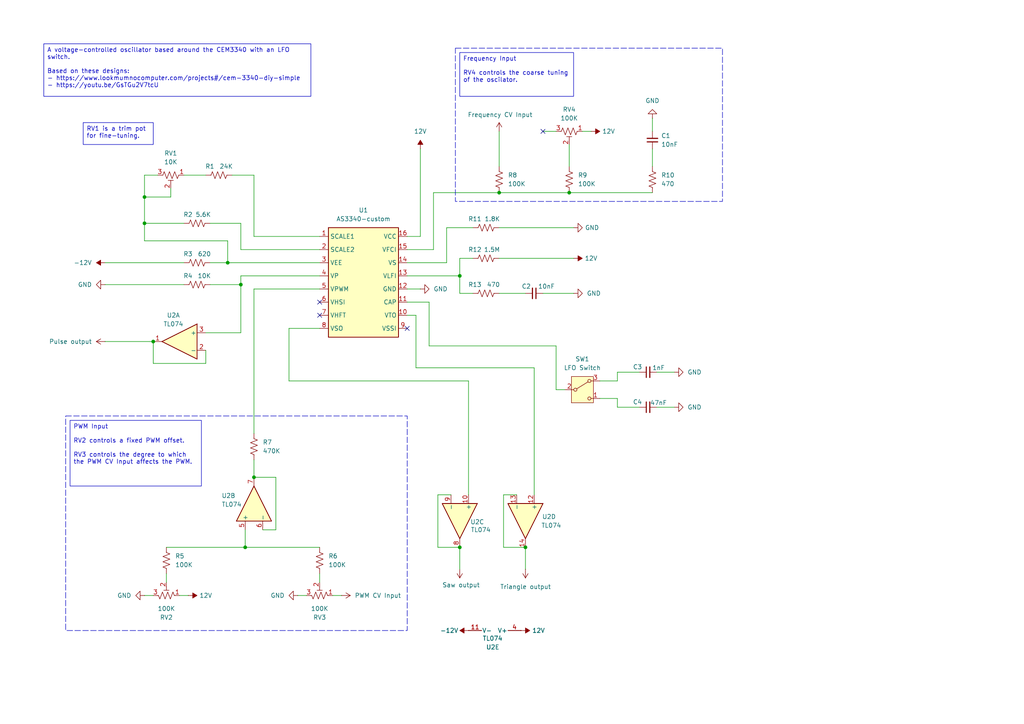
<source format=kicad_sch>
(kicad_sch (version 20231120) (generator "eeschema") (generator_version "8.0")
  (paper "A4")
  (lib_symbols
    (symbol "Amplifier_Operational:TL074" (pin_names (offset 0.127))
      (property "Reference" "U" (at 0 5.08 0))
      (property "Value" "TL074" (at 0 -5.08 0))
      (symbol "TL074_1_1"
        (polyline (pts (xy -5.08 5.08) (xy 5.08 0) (xy -5.08 -5.08) (xy -5.08 5.08)) (stroke (width 0.254)) (fill (type background)))
        (pin output line (at 7.62 0 180) (length 2.54) (name "~") (number "1"))
        (pin input line (at -7.62 -2.54 0) (length 2.54) (name "-") (number "2"))
        (pin input line (at -7.62 2.54 0) (length 2.54) (name "+") (number "3"))
      )
      (symbol "TL074_2_1"
        (polyline (pts (xy -5.08 5.08) (xy 5.08 0) (xy -5.08 -5.08) (xy -5.08 5.08)) (stroke (width 0.254)) (fill (type background)))
        (pin input line (at -7.62 2.54 0) (length 2.54) (name "+") (number "5"))
        (pin input line (at -7.62 -2.54 0) (length 2.54) (name "-") (number "6"))
        (pin output line (at 7.62 0 180) (length 2.54) (name "~") (number "7"))
      )
      (symbol "TL074_3_1"
        (polyline (pts (xy -5.08 5.08) (xy 5.08 0) (xy -5.08 -5.08) (xy -5.08 5.08)) (stroke (width 0.254)) (fill (type background)))
        (pin input line (at -7.62 2.54 0) (length 2.54) (name "+") (number "10"))
        (pin output line (at 7.62 0 180) (length 2.54) (name "~") (number "8"))
        (pin input line (at -7.62 -2.54 0) (length 2.54) (name "-") (number "9"))
      )
      (symbol "TL074_4_1"
        (polyline (pts (xy -5.08 5.08) (xy 5.08 0) (xy -5.08 -5.08) (xy -5.08 5.08)) (stroke (width 0.254)) (fill (type background)))
        (pin input line (at -7.62 2.54 0) (length 2.54) (name "+") (number "12"))
        (pin input line (at -7.62 -2.54 0) (length 2.54) (name "-") (number "13"))
        (pin output line (at 7.62 0 180) (length 2.54) (name "~") (number "14"))
      )
      (symbol "TL074_5_1"
        (pin power_in line (at -2.54 -7.62 90) (length 3.81) (name "V-") (number "11"))
        (pin power_in line (at -2.54 7.62 270) (length 3.81) (name "V+") (number "4"))
      )
    )
    (symbol "Device:C_Small" (pin_numbers hide) (pin_names (offset 0.254) hide)
      (property "Reference" "C" (at 0.254 1.778 0))
      (property "Value" "C_Small" (at 0.254 -2.032 0))
      (symbol "C_Small_0_1"
        (polyline (pts (xy -1.524 -0.508) (xy 1.524 -0.508)) (stroke (width 0.3302)))
        (polyline (pts (xy -1.524 0.508) (xy 1.524 0.508)) (stroke (width 0.3048)))
      )
      (symbol "C_Small_1_1"
        (pin passive line (at 0 2.54 270) (length 2.032) (name "~") (number "1"))
        (pin passive line (at 0 -2.54 90) (length 2.032) (name "~") (number "2"))
      )
    )
    (symbol "Device:R_Potentiometer_Trim_US" (pin_names (offset 1.016) hide)
      (property "Reference" "RV" (at -4.445 0 90))
      (property "Value" "R_Potentiometer_Trim_US" (at -2.54 0 90))
      (symbol "R_Potentiometer_Trim_US_0_1"
        (polyline (pts (xy 0 -2.286) (xy 0 -2.54)))
        (polyline (pts (xy 0 2.286) (xy 0 2.54)))
        (polyline (pts (xy 1.524 0.762) (xy 1.524 -0.762)))
        (polyline (pts (xy 2.54 0) (xy 1.524 0)))
        (polyline (pts (xy 0 -0.762) (xy 1.016 -1.143) (xy 0 -1.524) (xy -1.016 -1.905) (xy 0 -2.286)))
        (polyline (pts (xy 0 0.762) (xy 1.016 0.381) (xy 0 0) (xy -1.016 -0.381) (xy 0 -0.762)))
        (polyline (pts (xy 0 2.286) (xy 1.016 1.905) (xy 0 1.524) (xy -1.016 1.143) (xy 0 0.762)))
      )
      (symbol "R_Potentiometer_Trim_US_1_1"
        (pin passive line (at 0 3.81 270) (length 1.27) (name "1") (number "1"))
        (pin passive line (at 3.81 0 180) (length 1.27) (name "2") (number "2"))
        (pin passive line (at 0 -3.81 90) (length 1.27) (name "3") (number "3"))
      )
    )
    (symbol "Device:R_US" (pin_numbers hide) (pin_names (offset 0))
      (property "Reference" "R" (at 2.54 0 90))
      (property "Value" "R_US" (at -2.54 0 90))
      (symbol "R_US_0_1"
        (polyline (pts (xy 0 -2.286) (xy 0 -2.54)))
        (polyline (pts (xy 0 2.286) (xy 0 2.54)))
        (polyline (pts (xy 0 -0.762) (xy 1.016 -1.143) (xy 0 -1.524) (xy -1.016 -1.905) (xy 0 -2.286)))
        (polyline (pts (xy 0 0.762) (xy 1.016 0.381) (xy 0 0) (xy -1.016 -0.381) (xy 0 -0.762)))
        (polyline (pts (xy 0 2.286) (xy 1.016 1.905) (xy 0 1.524) (xy -1.016 1.143) (xy 0 0.762)))
      )
      (symbol "R_US_1_1"
        (pin passive line (at 0 3.81 270) (length 1.27) (name "~") (number "1"))
        (pin passive line (at 0 -3.81 90) (length 1.27) (name "~") (number "2"))
      )
    )
    (symbol "Switch:SW_Nidec_CAS-120A1" (pin_names (offset 1) hide)
      (property "Reference" "SW" (at 0 4.318 0))
      (property "Value" "SW_Nidec_CAS-120A1" (at 0 -5.08 0))
      (symbol "SW_Nidec_CAS-120A1_0_1"
        (circle (center -2.032 0) (radius 0.4572))
        (polyline (pts (xy -1.651 0.254) (xy 1.651 2.286)))
        (circle (center 2.032 -2.54) (radius 0.4572))
        (circle (center 2.032 2.54) (radius 0.4572))
      )
      (symbol "SW_Nidec_CAS-120A1_1_1"
        (rectangle (start -3.175 3.81) (end 3.175 -3.81) (fill (type background)))
        (pin passive line (at 5.08 -2.54 180) (length 2.54) (name "C") (number "1"))
        (pin passive line (at -5.08 0 0) (length 2.54) (name "B") (number "2"))
        (pin passive line (at 5.08 2.54 180) (length 2.54) (name "A") (number "3"))
      )
    )
    (symbol "custom_symbols:AS3340-custom"
      (property "Reference" "U" (at -5.08 17.78 0))
      (property "Value" "AS3340-custom" (at 5.08 17.78 0))
      (symbol "AS3340-custom_0_1"
        (rectangle (start -10.16 15.24) (end 10.16 -16.51) (stroke (width 0.254)) (fill (type background)))
      )
      (symbol "AS3340-custom_1_1"
        (pin input line (at -12.7 12.7 0) (length 2.54) (name "SCALE1") (number "1"))
        (pin output line (at 12.7 -10.16 180) (length 2.54) (name "VTO") (number "10"))
        (pin passive line (at 12.7 -6.35 180) (length 2.54) (name "CAP") (number "11"))
        (pin power_in line (at 12.7 -2.54 180) (length 2.54) (name "GND") (number "12"))
        (pin input line (at 12.7 1.27 180) (length 2.54) (name "VLFI") (number "13"))
        (pin passive line (at 12.7 5.08 180) (length 2.54) (name "VS") (number "14"))
        (pin input line (at 12.7 8.89 180) (length 2.54) (name "VFCI") (number "15"))
        (pin power_in line (at 12.7 12.7 180) (length 2.54) (name "VCC") (number "16"))
        (pin input line (at -12.7 8.89 0) (length 2.54) (name "SCALE2") (number "2"))
        (pin power_in line (at -12.7 5.08 0) (length 2.54) (name "VEE") (number "3"))
        (pin output line (at -12.7 1.27 0) (length 2.54) (name "VP") (number "4"))
        (pin input line (at -12.7 -2.54 0) (length 2.54) (name "VPWM") (number "5"))
        (pin input line (at -12.7 -6.35 0) (length 2.54) (name "VHSI") (number "6"))
        (pin input line (at -12.7 -10.16 0) (length 2.54) (name "VHFT") (number "7"))
        (pin output line (at -12.7 -13.97 0) (length 2.54) (name "VSO") (number "8"))
        (pin input line (at 12.7 -13.97 180) (length 2.54) (name "VSSI") (number "9"))
      )
    )
    (symbol "power:-12V" (power) (pin_numbers hide) (pin_names (offset 0) hide)
      (property "Value" "-12V" (at 0 3.556 0))
      (symbol "-12V_0_0"
        (pin power_in line (at 0 0 90) (length 0) (name "~") (number "1"))
      )
      (symbol "-12V_0_1"
        (polyline (pts (xy 0 0) (xy 0 1.27) (xy 0.762 1.27) (xy 0 2.54) (xy -0.762 1.27) (xy 0 1.27)) (fill (type outline)))
      )
    )
    (symbol "power:GND" (power) (pin_numbers hide) (pin_names (offset 0) hide)
      (property "Value" "GND" (at 0 -3.81 0))
      (symbol "GND_0_1"
        (polyline (pts (xy 0 0) (xy 0 -1.27) (xy 1.27 -1.27) (xy 0 -2.54) (xy -1.27 -1.27) (xy 0 -1.27)))
      )
      (symbol "GND_1_1"
        (pin power_in line (at 0 0 270) (length 0) (name "~") (number "1"))
      )
    )
    (symbol "power:VCC" (power) (pin_numbers hide) (pin_names (offset 0) hide)
      (property "Value" "VCC" (at 0 3.556 0))
      (symbol "VCC_0_1"
        (polyline (pts (xy -0.762 1.27) (xy 0 2.54)))
        (polyline (pts (xy 0 0) (xy 0 2.54)))
        (polyline (pts (xy 0 2.54) (xy 0.762 1.27)))
      )
      (symbol "VCC_1_1"
        (pin power_in line (at 0 0 90) (length 0) (name "~") (number "1"))
      )
    )
  )
  (junction (at 66.04 76.2))
  (junction (at 71.12 158.75))
  (junction (at 133.35 80.01))
  (junction (at 165.1 55.88))
  (junction (at 144.78 55.88))
  (junction (at 133.35 158.75))
  (junction (at 44.45 99.06))
  (junction (at 41.91 64.77))
  (junction (at 73.66 138.43))
  (junction (at 41.91 57.15))
  (junction (at 152.4 158.75))
  (junction (at 69.85 82.55))
  (no_connect (at 157.48 38.1))
  (no_connect (at 92.71 87.63))
  (no_connect (at 118.11 95.25))
  (no_connect (at 92.71 91.44))
  (wire (pts (xy 161.29 113.03) (xy 163.83 113.03)))
  (wire (pts (xy 133.35 158.75) (xy 133.35 165.1)))
  (wire (pts (xy 144.78 66.04) (xy 166.37 66.04)))
  (wire (pts (xy 30.48 76.2) (xy 53.34 76.2)))
  (wire (pts (xy 48.26 158.75) (xy 71.12 158.75)))
  (wire (pts (xy 133.35 74.93) (xy 137.16 74.93)))
  (wire (pts (xy 118.11 83.82) (xy 121.92 83.82)))
  (wire (pts (xy 157.48 38.1) (xy 161.29 38.1)))
  (wire (pts (xy 179.07 107.95) (xy 179.07 110.49)))
  (wire (pts (xy 154.94 106.68) (xy 154.94 143.51)))
  (wire (pts (xy 59.69 105.41) (xy 59.69 101.6)))
  (wire (pts (xy 30.48 99.06) (xy 44.45 99.06)))
  (wire (pts (xy 73.66 68.58) (xy 92.71 68.58)))
  (wire (pts (xy 152.4 158.75) (xy 152.4 165.1)))
  (wire (pts (xy 118.11 68.58) (xy 121.92 68.58)))
  (wire (pts (xy 190.5 118.11) (xy 195.58 118.11)))
  (wire (pts (xy 135.89 110.49) (xy 135.89 143.51)))
  (wire (pts (xy 168.91 38.1) (xy 171.45 38.1)))
  (wire (pts (xy 118.11 91.44) (xy 120.65 91.44)))
  (wire (pts (xy 41.91 57.15) (xy 49.53 57.15)))
  (wire (pts (xy 41.91 69.85) (xy 41.91 64.77)))
  (wire (pts (xy 144.78 55.88) (xy 165.1 55.88)))
  (wire (pts (xy 83.82 95.25) (xy 83.82 110.49)))
  (wire (pts (xy 83.82 110.49) (xy 135.89 110.49)))
  (wire (pts (xy 118.11 72.39) (xy 125.73 72.39)))
  (wire (pts (xy 41.91 69.85) (xy 66.04 69.85)))
  (wire (pts (xy 71.12 158.75) (xy 92.71 158.75)))
  (wire (pts (xy 80.01 138.43) (xy 73.66 138.43)))
  (wire (pts (xy 144.78 85.09) (xy 152.4 85.09)))
  (wire (pts (xy 66.04 69.85) (xy 66.04 76.2)))
  (wire (pts (xy 73.66 83.82) (xy 92.71 83.82)))
  (wire (pts (xy 149.86 143.51) (xy 146.05 143.51)))
  (wire (pts (xy 92.71 95.25) (xy 83.82 95.25)))
  (wire (pts (xy 179.07 107.95) (xy 185.42 107.95)))
  (wire (pts (xy 161.29 100.33) (xy 161.29 113.03)))
  (wire (pts (xy 60.96 76.2) (xy 66.04 76.2)))
  (wire (pts (xy 69.85 82.55) (xy 69.85 96.52)))
  (wire (pts (xy 127 143.51) (xy 127 158.75)))
  (wire (pts (xy 124.46 87.63) (xy 124.46 100.33)))
  (wire (pts (xy 44.45 105.41) (xy 59.69 105.41)))
  (wire (pts (xy 120.65 91.44) (xy 120.65 106.68)))
  (wire (pts (xy 118.11 80.01) (xy 133.35 80.01)))
  (wire (pts (xy 41.91 64.77) (xy 53.34 64.77)))
  (wire (pts (xy 53.34 50.8) (xy 59.69 50.8)))
  (wire (pts (xy 133.35 80.01) (xy 133.35 74.93)))
  (wire (pts (xy 130.81 143.51) (xy 127 143.51)))
  (wire (pts (xy 129.54 76.2) (xy 129.54 66.04)))
  (wire (pts (xy 69.85 80.01) (xy 92.71 80.01)))
  (wire (pts (xy 69.85 96.52) (xy 59.69 96.52)))
  (wire (pts (xy 41.91 50.8) (xy 45.72 50.8)))
  (wire (pts (xy 179.07 115.57) (xy 173.99 115.57)))
  (wire (pts (xy 73.66 68.58) (xy 73.66 50.8)))
  (wire (pts (xy 144.78 38.1) (xy 144.78 48.26)))
  (wire (pts (xy 137.16 85.09) (xy 133.35 85.09)))
  (wire (pts (xy 179.07 118.11) (xy 179.07 115.57)))
  (wire (pts (xy 189.23 34.29) (xy 189.23 38.1)))
  (wire (pts (xy 96.52 172.72) (xy 99.06 172.72)))
  (wire (pts (xy 73.66 133.35) (xy 73.66 138.43)))
  (wire (pts (xy 125.73 55.88) (xy 144.78 55.88)))
  (wire (pts (xy 179.07 118.11) (xy 185.42 118.11)))
  (wire (pts (xy 69.85 72.39) (xy 92.71 72.39)))
  (wire (pts (xy 52.07 172.72) (xy 54.61 172.72)))
  (wire (pts (xy 118.11 87.63) (xy 124.46 87.63)))
  (wire (pts (xy 125.73 72.39) (xy 125.73 55.88)))
  (wire (pts (xy 41.91 172.72) (xy 44.45 172.72)))
  (wire (pts (xy 69.85 64.77) (xy 60.96 64.77)))
  (wire (pts (xy 69.85 82.55) (xy 60.96 82.55)))
  (wire (pts (xy 92.71 166.37) (xy 92.71 168.91)))
  (wire (pts (xy 69.85 82.55) (xy 69.85 80.01)))
  (wire (pts (xy 69.85 72.39) (xy 69.85 64.77)))
  (wire (pts (xy 129.54 66.04) (xy 137.16 66.04)))
  (wire (pts (xy 80.01 153.67) (xy 80.01 138.43)))
  (wire (pts (xy 118.11 76.2) (xy 129.54 76.2)))
  (wire (pts (xy 127 158.75) (xy 133.35 158.75)))
  (wire (pts (xy 30.48 82.55) (xy 53.34 82.55)))
  (wire (pts (xy 133.35 85.09) (xy 133.35 80.01)))
  (wire (pts (xy 165.1 41.91) (xy 165.1 48.26)))
  (wire (pts (xy 124.46 100.33) (xy 161.29 100.33)))
  (wire (pts (xy 120.65 106.68) (xy 154.94 106.68)))
  (wire (pts (xy 144.78 74.93) (xy 166.37 74.93)))
  (wire (pts (xy 146.05 158.75) (xy 152.4 158.75)))
  (wire (pts (xy 86.36 172.72) (xy 88.9 172.72)))
  (wire (pts (xy 73.66 83.82) (xy 73.66 125.73)))
  (wire (pts (xy 73.66 50.8) (xy 67.31 50.8)))
  (wire (pts (xy 41.91 57.15) (xy 41.91 50.8)))
  (wire (pts (xy 71.12 153.67) (xy 71.12 158.75)))
  (wire (pts (xy 121.92 68.58) (xy 121.92 43.18)))
  (wire (pts (xy 66.04 76.2) (xy 92.71 76.2)))
  (wire (pts (xy 165.1 55.88) (xy 189.23 55.88)))
  (wire (pts (xy 146.05 143.51) (xy 146.05 158.75)))
  (wire (pts (xy 189.23 43.18) (xy 189.23 48.26)))
  (wire (pts (xy 190.5 107.95) (xy 195.58 107.95)))
  (wire (pts (xy 157.48 85.09) (xy 166.37 85.09)))
  (wire (pts (xy 48.26 166.37) (xy 48.26 168.91)))
  (wire (pts (xy 76.2 153.67) (xy 80.01 153.67)))
  (wire (pts (xy 44.45 99.06) (xy 44.45 105.41)))
  (wire (pts (xy 49.53 54.61) (xy 49.53 57.15)))
  (wire (pts (xy 179.07 110.49) (xy 173.99 110.49)))
  (wire (pts (xy 41.91 64.77) (xy 41.91 57.15)))
  (rectangle (start 19.05 120.65) (end 118.11 182.88) (stroke (width 0) (type dash)))
  (rectangle (start 132.08 13.97) (end 209.55 58.42) (stroke (width 0) (type dash)))
  (text_box "Frequency Input\n\nRV4 controls the coarse tuning of the oscilator." (at 133.35 15.24 0) (size 33.02 12.7) (effects (font (size 1.27 1.27)) (justify left top)))
  (text_box "RV1 is a trim pot for fine-tuning." (at 24.13 35.56 0) (size 20.32 6.35) (effects (font (size 1.27 1.27)) (justify left top)))
  (text_box "PWM Input\n\nRV2 controls a fixed PWM offset.\n\nRV3 controls the degree to which the PWM CV Input affects the PWM." (at 20.32 121.92 0) (size 38.1 19.05) (effects (font (size 1.27 1.27)) (justify left top)))
  (text_box "A voltage-controlled oscillator based around the CEM3340 with an LFO switch.\n\nBased on these designs:\n- https://www.lookmumnocomputer.com/projects#/cem-3340-diy-simple\n- https://youtu.be/GsTGu2V7tcU" (at 12.7 12.7 0) (size 77.47 15.24) (effects (font (size 1.27 1.27)) (justify left top)))
  (symbol (lib_id "power:-12V") (at 30.48 76.2 90) (unit 1)
    (property "Reference" "#PWR01" (effects (hide yes)))
    (property "Value" "-12V" (at 26.67 76.1999 90) (effects (justify left)))
    (property "Description" "Power symbol creates a global label with name \"-12V\"" (effects (hide yes)))
  )
  (symbol (lib_id "Device:R_Potentiometer_Trim_US") (at 48.26 172.72 270) (mirror x) (unit 1)
    (property "Reference" "RV2" (at 48.26 179.07 90))
    (property "Value" "100K" (at 48.26 176.53 90))
    (property "Description" "Trim-potentiometer, US symbol" (effects (hide yes)))
  )
  (symbol (lib_id "Device:R_US") (at 48.26 162.56 0) (unit 1)
    (property "Reference" "R5" (at 50.8 161.2899 0) (effects (justify left)))
    (property "Value" "100K" (at 50.8 163.8299 0) (effects (justify left)))
    (property "Description" "Resistor, US symbol" (effects (hide yes)))
  )
  (symbol (lib_id "Device:R_US") (at 73.66 129.54 0) (unit 1)
    (property "Reference" "R7" (at 76.2 128.2699 0) (effects (justify left)))
    (property "Value" "470K" (at 76.2 130.8099 0) (effects (justify left)))
    (property "Description" "Resistor, US symbol" (effects (hide yes)))
  )
  (symbol (lib_id "Device:R_US") (at 63.5 50.8 90) (unit 1)
    (property "Reference" "R1" (at 62.2299 48.26 90) (effects (justify left)))
    (property "Value" "24K" (at 67.564 48.26 90) (effects (justify left)))
    (property "Description" "Resistor, US symbol" (effects (hide yes)))
  )
  (symbol (lib_id "Device:R_US") (at 140.97 85.09 90) (unit 1)
    (property "Reference" "R13" (at 139.6999 82.55 90) (effects (justify left)))
    (property "Value" "470" (at 145.034 82.55 90) (effects (justify left)))
    (property "Description" "Resistor, US symbol" (effects (hide yes)))
  )
  (symbol (lib_id "Device:R_US") (at 140.97 66.04 90) (unit 1)
    (property "Reference" "R11" (at 139.6999 63.5 90) (effects (justify left)))
    (property "Value" "1.8K" (at 145.034 63.5 90) (effects (justify left)))
    (property "Description" "Resistor, US symbol" (effects (hide yes)))
  )
  (symbol (lib_id "power:GND") (at 166.37 66.04 90) (unit 1)
    (property "Reference" "#PWR016" (effects (hide yes)))
    (property "Value" "GND" (at 169.672 66.04 90) (effects (justify right)))
    (property "Description" "Power symbol creates a global label with name \"GND\" , ground" (effects (hide yes)))
  )
  (symbol (lib_id "Device:R_Potentiometer_Trim_US") (at 165.1 38.1 270) (unit 1)
    (property "Reference" "RV4" (at 165.1 31.75 90))
    (property "Value" "100K" (at 165.1 34.29 90))
    (property "Description" "Trim-potentiometer, US symbol" (effects (hide yes)))
  )
  (symbol (lib_id "Device:R_US") (at 92.71 162.56 0) (unit 1)
    (property "Reference" "R6" (at 95.25 161.2899 0) (effects (justify left)))
    (property "Value" "100K" (at 95.25 163.8299 0) (effects (justify left)))
    (property "Description" "Resistor, US symbol" (effects (hide yes)))
  )
  (symbol (lib_id "power:-12V") (at 166.37 74.93 270) (mirror x) (unit 1)
    (property "Reference" "#PWR018" (effects (hide yes)))
    (property "Value" "12V" (at 171.45 74.93 90))
    (property "Description" "Power symbol creates a global label with name \"-12V\"" (effects (hide yes)))
  )
  (symbol (lib_id "Device:R_Potentiometer_Trim_US") (at 92.71 172.72 270) (mirror x) (unit 1)
    (property "Reference" "RV3" (at 92.71 179.07 90))
    (property "Value" "100K" (at 92.71 176.53 90))
    (property "Description" "Trim-potentiometer, US symbol" (effects (hide yes)))
  )
  (symbol (lib_id "power:-12V") (at 171.45 38.1 270) (mirror x) (unit 1)
    (property "Reference" "#PWR013" (effects (hide yes)))
    (property "Value" "12V" (at 176.53 38.1 90))
    (property "Description" "Power symbol creates a global label with name \"-12V\"" (effects (hide yes)))
  )
  (symbol (lib_id "Device:R_US") (at 57.15 76.2 90) (unit 1)
    (property "Reference" "R3" (at 55.8799 73.66 90) (effects (justify left)))
    (property "Value" "620" (at 61.214 73.66 90) (effects (justify left)))
    (property "Description" "Resistor, US symbol" (effects (hide yes)))
  )
  (symbol (lib_id "Switch:SW_Nidec_CAS-120A1") (at 168.91 113.03 0) (unit 1)
    (property "Reference" "SW1" (at 168.91 104.14 0))
    (property "Value" "LFO Switch" (at 168.91 106.68 0))
    (property "Footprint" "Button_Switch_SMD:Nidec_Copal_CAS-120A" (effects (hide yes)))
    (property "Datasheet" "https://www.nidec-components.com/e/catalog/switch/cas.pdf" (effects (hide yes)))
    (property "Description" "Switch, single pole double throw" (effects (hide yes)))
  )
  (symbol (lib_id "Amplifier_Operational:TL074") (at 133.35 151.13 270) (unit 3)
    (property "Reference" "U2" (at 138.43 151.384 90))
    (property "Value" "TL074" (at 139.446 153.67 90))
    (property "Datasheet" "http://www.ti.com/lit/ds/symlink/tl071.pdf" (effects (hide yes)))
    (property "Description" "Quad Low-Noise JFET-Input Operational Amplifiers, DIP-14/SOIC-14" (effects (hide yes)))
  )
  (symbol (lib_id "Device:C_Small") (at 154.94 85.09 270) (unit 1)
    (property "Reference" "C2" (at 152.654 83.058 90))
    (property "Value" "10nF" (at 158.496 83.058 90))
    (property "Description" "Unpolarized capacitor, small symbol" (effects (hide yes)))
  )
  (symbol (lib_id "Device:R_US") (at 165.1 52.07 0) (unit 1)
    (property "Reference" "R9" (at 167.64 50.7999 0) (effects (justify left)))
    (property "Value" "100K" (at 167.64 53.3399 0) (effects (justify left)))
    (property "Description" "Resistor, US symbol" (effects (hide yes)))
  )
  (symbol (lib_id "Device:R_US") (at 57.15 82.55 90) (unit 1)
    (property "Reference" "R4" (at 55.8799 80.01 90) (effects (justify left)))
    (property "Value" "10K" (at 61.214 80.01 90) (effects (justify left)))
    (property "Description" "Resistor, US symbol" (effects (hide yes)))
  )
  (symbol (lib_id "Device:R_US") (at 144.78 52.07 0) (unit 1)
    (property "Reference" "R8" (at 147.32 50.7999 0) (effects (justify left)))
    (property "Value" "100K" (at 147.32 53.3399 0) (effects (justify left)))
    (property "Description" "Resistor, US symbol" (effects (hide yes)))
  )
  (symbol (lib_id "Device:R_US") (at 189.23 52.07 0) (unit 1)
    (property "Reference" "R10" (at 191.77 50.7999 0) (effects (justify left)))
    (property "Value" "470" (at 191.77 53.3399 0) (effects (justify left)))
    (property "Description" "Resistor, US symbol" (effects (hide yes)))
  )
  (symbol (lib_id "Device:R_Potentiometer_Trim_US") (at 49.53 50.8 270) (unit 1)
    (property "Reference" "RV1" (at 49.53 44.45 90))
    (property "Value" "10K" (at 49.53 46.99 90))
    (property "Description" "Trim-potentiometer, US symbol" (effects (hide yes)))
  )
  (symbol (lib_id "Device:C_Small") (at 189.23 40.64 180) (unit 1)
    (property "Reference" "C1" (at 191.77 39.3635 0) (effects (justify right)))
    (property "Value" "10nF" (at 191.77 41.9035 0) (effects (justify right)))
    (property "Description" "Unpolarized capacitor, small symbol" (effects (hide yes)))
  )
  (symbol (lib_id "power:-12V") (at 151.13 182.88 270) (mirror x) (unit 1)
    (property "Reference" "#PWR05" (effects (hide yes)))
    (property "Value" "12V" (at 156.21 182.88 90))
    (property "Description" "Power symbol creates a global label with name \"-12V\"" (effects (hide yes)))
  )
  (symbol (lib_id "custom_symbols:AS3340-custom") (at 105.41 81.28 0) (unit 1)
    (property "Reference" "U1" (at 105.41 60.96 0))
    (property "Value" "AS3340-custom" (at 105.41 63.5 0))
    (property "Datasheet" "http://www.alfarzpp.lv/eng/sc/AS3340.pdf" (effects (hide yes)))
    (property "Description" "Voltage Controlled Oscillator (VCO), DIP-16/SOIC-16" (effects (hide yes)))
  )
  (symbol (lib_id "Amplifier_Operational:TL074") (at 152.4 151.13 270) (unit 4)
    (property "Reference" "U2" (at 157.226 149.86 90) (effects (justify left)))
    (property "Value" "TL074" (at 156.972 152.4 90) (effects (justify left)))
    (property "Datasheet" "http://www.ti.com/lit/ds/symlink/tl071.pdf" (effects (hide yes)))
    (property "Description" "Quad Low-Noise JFET-Input Operational Amplifiers, DIP-14/SOIC-14" (effects (hide yes)))
  )
  (symbol (lib_id "Amplifier_Operational:TL074") (at 73.66 146.05 90) (unit 2)
    (property "Reference" "U2" (at 64.262 143.764 90) (effects (justify right)))
    (property "Value" "TL074" (at 64.262 146.304 90) (effects (justify right)))
    (property "Datasheet" "http://www.ti.com/lit/ds/symlink/tl071.pdf" (effects (hide yes)))
    (property "Description" "Quad Low-Noise JFET-Input Operational Amplifiers, DIP-14/SOIC-14" (effects (hide yes)))
  )
  (symbol (lib_id "power:VCC") (at 99.06 172.72 270) (unit 1)
    (property "Reference" "#PWR06" (effects (hide yes)))
    (property "Value" "PWM CV Input" (at 102.87 172.72 90) (effects (justify left)))
    (property "Description" "Power symbol creates a global label with name \"VCC\"" (effects (hide yes)))
  )
  (symbol (lib_id "power:VCC") (at 152.4 165.1 0) (mirror x) (unit 1)
    (property "Reference" "#PWR011" (effects (hide yes)))
    (property "Value" "Triangle output" (at 145.034 170.18 0) (effects (justify left)))
    (property "Description" "Power symbol creates a global label with name \"VCC\"" (effects (hide yes)))
  )
  (symbol (lib_id "power:-12V") (at 54.61 172.72 270) (mirror x) (unit 1)
    (property "Reference" "#PWR07" (effects (hide yes)))
    (property "Value" "12V" (at 59.69 172.72 90))
    (property "Description" "Power symbol creates a global label with name \"-12V\"" (effects (hide yes)))
  )
  (symbol (lib_id "power:GND") (at 86.36 172.72 270) (unit 1)
    (property "Reference" "#PWR09" (effects (hide yes)))
    (property "Value" "GND" (at 82.55 172.7199 90) (effects (justify right)))
    (property "Description" "Power symbol creates a global label with name \"GND\" , ground" (effects (hide yes)))
  )
  (symbol (lib_id "power:VCC") (at 144.78 38.1 0) (unit 1)
    (property "Reference" "#PWR015" (effects (hide yes)))
    (property "Value" "Frequency CV Input" (at 135.636 33.274 0) (effects (justify left)))
    (property "Description" "Power symbol creates a global label with name \"VCC\"" (effects (hide yes)))
  )
  (symbol (lib_id "power:GND") (at 166.37 85.09 90) (unit 1)
    (property "Reference" "#PWR019" (effects (hide yes)))
    (property "Value" "GND" (at 170.18 85.0899 90) (effects (justify right)))
    (property "Description" "Power symbol creates a global label with name \"GND\" , ground" (effects (hide yes)))
  )
  (symbol (lib_id "power:GND") (at 41.91 172.72 270) (unit 1)
    (property "Reference" "#PWR08" (effects (hide yes)))
    (property "Value" "GND" (at 38.1 172.7199 90) (effects (justify right)))
    (property "Description" "Power symbol creates a global label with name \"GND\" , ground" (effects (hide yes)))
  )
  (symbol (lib_id "power:VCC") (at 133.35 165.1 0) (mirror x) (unit 1)
    (property "Reference" "#PWR010" (effects (hide yes)))
    (property "Value" "Saw output" (at 128.27 169.672 0) (effects (justify left)))
    (property "Description" "Power symbol creates a global label with name \"VCC\"" (effects (hide yes)))
  )
  (symbol (lib_id "Device:C_Small") (at 187.96 107.95 90) (unit 1)
    (property "Reference" "C3" (at 184.912 106.426 90))
    (property "Value" "1nF" (at 191.008 106.68 90))
    (property "Description" "Unpolarized capacitor, small symbol" (effects (hide yes)))
  )
  (symbol (lib_id "power:GND") (at 195.58 118.11 90) (unit 1)
    (property "Reference" "#PWR021" (effects (hide yes)))
    (property "Value" "GND" (at 199.39 118.1099 90) (effects (justify right)))
    (property "Description" "Power symbol creates a global label with name \"GND\" , ground" (effects (hide yes)))
  )
  (symbol (lib_id "Device:C_Small") (at 187.96 118.11 90) (unit 1)
    (property "Reference" "C4" (at 184.912 116.586 90))
    (property "Value" "47nF" (at 191.008 116.84 90))
    (property "Description" "Unpolarized capacitor, small symbol" (effects (hide yes)))
  )
  (symbol (lib_id "power:GND") (at 195.58 107.95 90) (unit 1)
    (property "Reference" "#PWR017" (effects (hide yes)))
    (property "Value" "GND" (at 199.39 107.9499 90) (effects (justify right)))
    (property "Description" "Power symbol creates a global label with name \"GND\" , ground" (effects (hide yes)))
  )
  (symbol (lib_id "Device:R_US") (at 140.97 74.93 90) (unit 1)
    (property "Reference" "R12" (at 139.6999 72.39 90) (effects (justify left)))
    (property "Value" "1.5M" (at 145.034 72.39 90) (effects (justify left)))
    (property "Description" "Resistor, US symbol" (effects (hide yes)))
  )
  (symbol (lib_id "power:GND") (at 189.23 34.29 180) (unit 1)
    (property "Reference" "#PWR014" (effects (hide yes)))
    (property "Value" "GND" (at 189.23 29.21 0))
    (property "Description" "Power symbol creates a global label with name \"GND\" , ground" (effects (hide yes)))
  )
  (symbol (lib_id "power:VCC") (at 30.48 99.06 90) (unit 1)
    (property "Reference" "#PWR03" (effects (hide yes)))
    (property "Value" "Pulse output" (at 26.67 99.0599 90) (effects (justify left)))
    (property "Description" "Power symbol creates a global label with name \"VCC\"" (effects (hide yes)))
  )
  (symbol (lib_id "power:-12V") (at 121.92 43.18 0) (unit 1)
    (property "Reference" "#PWR012" (effects (hide yes)))
    (property "Value" "12V" (at 121.92 38.1 0))
    (property "Description" "Power symbol creates a global label with name \"-12V\"" (effects (hide yes)))
  )
  (symbol (lib_id "Device:R_US") (at 57.15 64.77 90) (unit 1)
    (property "Reference" "R2" (at 55.8799 62.23 90) (effects (justify left)))
    (property "Value" "5.6K" (at 61.214 62.23 90) (effects (justify left)))
    (property "Description" "Resistor, US symbol" (effects (hide yes)))
  )
  (symbol (lib_id "power:GND") (at 121.92 83.82 90) (unit 1)
    (property "Reference" "#PWR020" (effects (hide yes)))
    (property "Value" "GND" (at 125.73 83.8199 90) (effects (justify right)))
    (property "Description" "Power symbol creates a global label with name \"GND\" , ground" (effects (hide yes)))
  )
  (symbol (lib_id "Amplifier_Operational:TL074") (at 52.07 99.06 0) (mirror y) (unit 1)
    (property "Reference" "U2" (at 50.292 91.44 0))
    (property "Value" "TL074" (at 50.292 93.98 0))
    (property "Datasheet" "http://www.ti.com/lit/ds/symlink/tl071.pdf" (effects (hide yes)))
    (property "Description" "Quad Low-Noise JFET-Input Operational Amplifiers, DIP-14/SOIC-14" (effects (hide yes)))
  )
  (symbol (lib_id "Amplifier_Operational:TL074") (at 143.51 185.42 270) (unit 5)
    (property "Reference" "U2" (at 140.97 187.706 90) (effects (justify left)))
    (property "Value" "TL074" (at 139.954 185.166 90) (effects (justify left)))
    (property "Datasheet" "http://www.ti.com/lit/ds/symlink/tl071.pdf" (effects (hide yes)))
    (property "Description" "Quad Low-Noise JFET-Input Operational Amplifiers, DIP-14/SOIC-14" (effects (hide yes)))
  )
  (symbol (lib_id "power:GND") (at 30.48 82.55 270) (unit 1)
    (property "Reference" "#PWR02" (effects (hide yes)))
    (property "Value" "GND" (at 26.67 82.5499 90) (effects (justify right)))
    (property "Description" "Power symbol creates a global label with name \"GND\" , ground" (effects (hide yes)))
  )
  (symbol (lib_id "power:-12V") (at 135.89 182.88 90) (unit 1)
    (property "Reference" "#PWR04" (effects (hide yes)))
    (property "Value" "-12V" (at 130.302 182.88 90))
    (property "Description" "Power symbol creates a global label with name \"-12V\"" (effects (hide yes)))
  )
)
</source>
